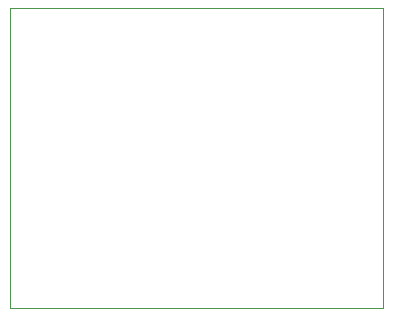
<source format=gbr>
%TF.GenerationSoftware,KiCad,Pcbnew,(5.1.7)-1*%
%TF.CreationDate,2021-01-08T18:54:40-03:00*%
%TF.ProjectId,GettingToBlinky5.0,47657474-696e-4675-946f-426c696e6b79,rev?*%
%TF.SameCoordinates,Original*%
%TF.FileFunction,Profile,NP*%
%FSLAX46Y46*%
G04 Gerber Fmt 4.6, Leading zero omitted, Abs format (unit mm)*
G04 Created by KiCad (PCBNEW (5.1.7)-1) date 2021-01-08 18:54:40*
%MOMM*%
%LPD*%
G01*
G04 APERTURE LIST*
%TA.AperFunction,Profile*%
%ADD10C,0.050000*%
%TD*%
G04 APERTURE END LIST*
D10*
X152476200Y-82016600D02*
X120827800Y-81991200D01*
X152476200Y-107416600D02*
X152476200Y-82016600D01*
X120827800Y-107416600D02*
X152476200Y-107416600D01*
X120827800Y-81991200D02*
X120827800Y-107416600D01*
M02*

</source>
